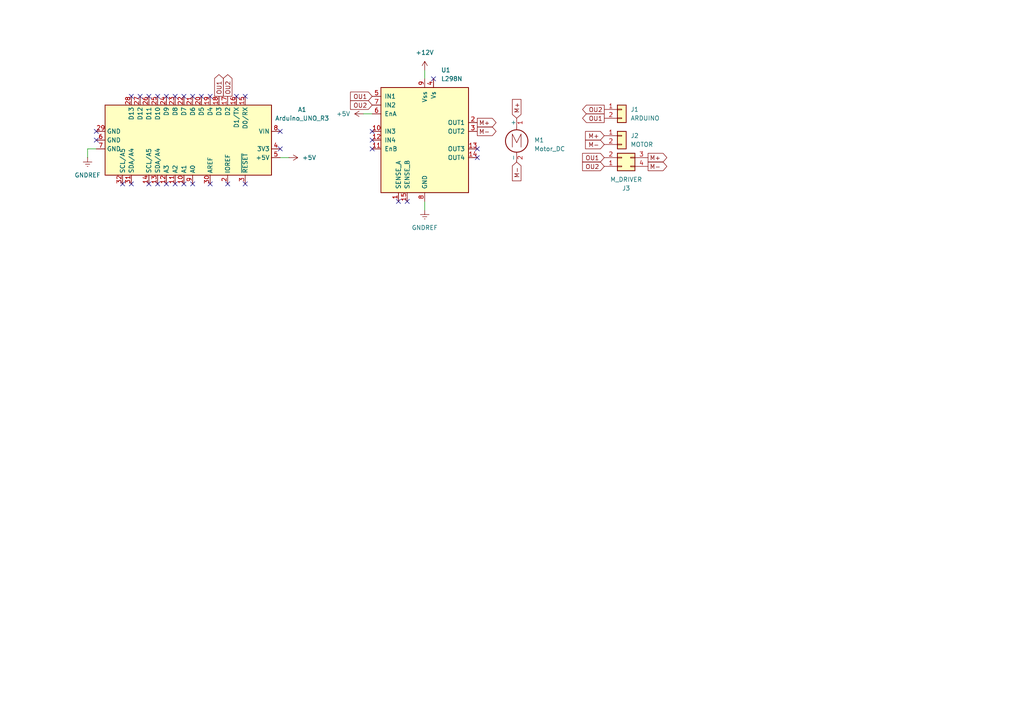
<source format=kicad_sch>
(kicad_sch (version 20231120) (generator "eeschema") (generator_version "8.0")
  (paper "A4")
  (lib_symbols
    (symbol "Connector_Generic:Conn_01x02" (pin_names (offset 1.016) hide)
      (property "Reference" "J" (at 0 2.54 0))
      (property "Value" "Conn_01x02" (at 0 -5.08 0))
      (symbol "Conn_01x02_1_1"
        (rectangle (start -1.27 -2.413) (end 0 -2.667) (stroke (width 0.1524)))
        (rectangle (start -1.27 0.127) (end 0 -0.127) (stroke (width 0.1524)))
        (rectangle (start -1.27 1.27) (end 1.27 -3.81) (stroke (width 0.254)) (fill (type background)))
        (pin passive line (at -5.08 0 0) (length 3.81) (name "Pin_1") (number "1"))
        (pin passive line (at -5.08 -2.54 0) (length 3.81) (name "Pin_2") (number "2"))
      )
    )
    (symbol "Connector_Generic:Conn_02x02_Counter_Clockwise" (pin_names (offset 1.016) hide)
      (property "Reference" "J" (at 1.27 2.54 0))
      (property "Value" "Conn_02x02_Counter_Clockwise" (at 1.27 -5.08 0))
      (symbol "Conn_02x02_Counter_Clockwise_1_1"
        (rectangle (start -1.27 -2.413) (end 0 -2.667) (stroke (width 0.1524)))
        (rectangle (start -1.27 0.127) (end 0 -0.127) (stroke (width 0.1524)))
        (rectangle (start -1.27 1.27) (end 3.81 -3.81) (stroke (width 0.254)) (fill (type background)))
        (rectangle (start 3.81 -2.413) (end 2.54 -2.667) (stroke (width 0.1524)))
        (rectangle (start 3.81 0.127) (end 2.54 -0.127) (stroke (width 0.1524)))
        (pin passive line (at -5.08 0 0) (length 3.81) (name "Pin_1") (number "1"))
        (pin passive line (at -5.08 -2.54 0) (length 3.81) (name "Pin_2") (number "2"))
        (pin passive line (at 7.62 -2.54 180) (length 3.81) (name "Pin_3") (number "3"))
        (pin passive line (at 7.62 0 180) (length 3.81) (name "Pin_4") (number "4"))
      )
    )
    (symbol "Driver_Motor:L298N" (pin_names (offset 1.016))
      (property "Reference" "U" (at -10.16 16.51 0))
      (property "Value" "L298N" (at 12.7 16.51 0))
      (symbol "L298N_0_1"
        (rectangle (start -12.7 15.24) (end 12.7 -15.24) (stroke (width 0.254)) (fill (type background)))
      )
      (symbol "L298N_1_1"
        (pin power_in line (at -7.62 -17.78 90) (length 2.54) (name "SENSE_A") (number "1"))
        (pin input line (at -15.24 2.54 0) (length 2.54) (name "IN3") (number "10"))
        (pin input line (at -15.24 -2.54 0) (length 2.54) (name "EnB") (number "11"))
        (pin input line (at -15.24 0 0) (length 2.54) (name "IN4") (number "12"))
        (pin output line (at 15.24 -2.54 180) (length 2.54) (name "OUT3") (number "13"))
        (pin output line (at 15.24 -5.08 180) (length 2.54) (name "OUT4") (number "14"))
        (pin power_in line (at -5.08 -17.78 90) (length 2.54) (name "SENSE_B") (number "15"))
        (pin output line (at 15.24 5.08 180) (length 2.54) (name "OUT1") (number "2"))
        (pin output line (at 15.24 2.54 180) (length 2.54) (name "OUT2") (number "3"))
        (pin power_in line (at 2.54 17.78 270) (length 2.54) (name "Vs") (number "4"))
        (pin input line (at -15.24 12.7 0) (length 2.54) (name "IN1") (number "5"))
        (pin input line (at -15.24 7.62 0) (length 2.54) (name "EnA") (number "6"))
        (pin input line (at -15.24 10.16 0) (length 2.54) (name "IN2") (number "7"))
        (pin power_in line (at 0 -17.78 90) (length 2.54) (name "GND") (number "8"))
        (pin power_in line (at 0 17.78 270) (length 2.54) (name "Vss") (number "9"))
      )
    )
    (symbol "MCU_Module:Arduino_UNO_R3"
      (property "Reference" "A" (at -10.16 23.495 0))
      (property "Value" "Arduino_UNO_R3" (at 5.08 -26.67 0))
      (symbol "Arduino_UNO_R3_0_1"
        (rectangle (start -10.16 22.86) (end 10.16 -25.4) (stroke (width 0.254)) (fill (type background)))
      )
      (symbol "Arduino_UNO_R3_1_1"
        (pin no_connect line (at -10.16 -20.32 0) (length 2.54) hide (name "NC") (number "1"))
        (pin bidirectional line (at 12.7 -2.54 180) (length 2.54) (name "A1") (number "10"))
        (pin bidirectional line (at 12.7 -5.08 180) (length 2.54) (name "A2") (number "11"))
        (pin bidirectional line (at 12.7 -7.62 180) (length 2.54) (name "A3") (number "12"))
        (pin bidirectional line (at 12.7 -10.16 180) (length 2.54) (name "SDA/A4") (number "13"))
        (pin bidirectional line (at 12.7 -12.7 180) (length 2.54) (name "SCL/A5") (number "14"))
        (pin bidirectional line (at -12.7 15.24 0) (length 2.54) (name "D0/RX") (number "15"))
        (pin bidirectional line (at -12.7 12.7 0) (length 2.54) (name "D1/TX") (number "16"))
        (pin bidirectional line (at -12.7 10.16 0) (length 2.54) (name "D2") (number "17"))
        (pin bidirectional line (at -12.7 7.62 0) (length 2.54) (name "D3") (number "18"))
        (pin bidirectional line (at -12.7 5.08 0) (length 2.54) (name "D4") (number "19"))
        (pin output line (at 12.7 10.16 180) (length 2.54) (name "IOREF") (number "2"))
        (pin bidirectional line (at -12.7 2.54 0) (length 2.54) (name "D5") (number "20"))
        (pin bidirectional line (at -12.7 0 0) (length 2.54) (name "D6") (number "21"))
        (pin bidirectional line (at -12.7 -2.54 0) (length 2.54) (name "D7") (number "22"))
        (pin bidirectional line (at -12.7 -5.08 0) (length 2.54) (name "D8") (number "23"))
        (pin bidirectional line (at -12.7 -7.62 0) (length 2.54) (name "D9") (number "24"))
        (pin bidirectional line (at -12.7 -10.16 0) (length 2.54) (name "D10") (number "25"))
        (pin bidirectional line (at -12.7 -12.7 0) (length 2.54) (name "D11") (number "26"))
        (pin bidirectional line (at -12.7 -15.24 0) (length 2.54) (name "D12") (number "27"))
        (pin bidirectional line (at -12.7 -17.78 0) (length 2.54) (name "D13") (number "28"))
        (pin power_in line (at -2.54 -27.94 90) (length 2.54) (name "GND") (number "29"))
        (pin input line (at 12.7 15.24 180) (length 2.54) (name "~{RESET}") (number "3"))
        (pin input line (at 12.7 5.08 180) (length 2.54) (name "AREF") (number "30"))
        (pin bidirectional line (at 12.7 -17.78 180) (length 2.54) (name "SDA/A4") (number "31"))
        (pin bidirectional line (at 12.7 -20.32 180) (length 2.54) (name "SCL/A5") (number "32"))
        (pin power_out line (at 2.54 25.4 270) (length 2.54) (name "3V3") (number "4"))
        (pin power_out line (at 5.08 25.4 270) (length 2.54) (name "+5V") (number "5"))
        (pin power_in line (at 0 -27.94 90) (length 2.54) (name "GND") (number "6"))
        (pin power_in line (at 2.54 -27.94 90) (length 2.54) (name "GND") (number "7"))
        (pin power_in line (at -2.54 25.4 270) (length 2.54) (name "VIN") (number "8"))
        (pin bidirectional line (at 12.7 0 180) (length 2.54) (name "A0") (number "9"))
      )
    )
    (symbol "Motor:Motor_DC" (pin_names (offset 0))
      (property "Reference" "M" (at 2.54 2.54 0))
      (property "Value" "Motor_DC" (at 2.54 -5.08 0))
      (symbol "Motor_DC_0_0"
        (polyline (pts (xy -1.27 -3.302) (xy -1.27 0.508) (xy 0 -2.032) (xy 1.27 0.508) (xy 1.27 -3.302)))
      )
      (symbol "Motor_DC_0_1"
        (circle (center 0 -1.524) (radius 3.2512) (stroke (width 0.254)))
        (polyline (pts (xy 0 -7.62) (xy 0 -7.112)))
        (polyline (pts (xy 0 -4.7752) (xy 0 -5.1816)))
        (polyline (pts (xy 0 1.7272) (xy 0 2.0828)))
        (polyline (pts (xy 0 2.032) (xy 0 2.54)))
      )
      (symbol "Motor_DC_1_1"
        (pin passive line (at 0 5.08 270) (length 2.54) (name "+") (number "1"))
        (pin passive line (at 0 -7.62 90) (length 2.54) (name "-") (number "2"))
      )
    )
    (symbol "power:+12V" (power) (pin_numbers hide) (pin_names (offset 0) hide)
      (property "Value" "+12V" (at 0 3.556 0))
      (symbol "+12V_0_1"
        (polyline (pts (xy -0.762 1.27) (xy 0 2.54)))
        (polyline (pts (xy 0 0) (xy 0 2.54)))
        (polyline (pts (xy 0 2.54) (xy 0.762 1.27)))
      )
      (symbol "+12V_1_1"
        (pin power_in line (at 0 0 90) (length 0) (name "~") (number "1"))
      )
    )
    (symbol "power:+5V" (power) (pin_numbers hide) (pin_names (offset 0) hide)
      (property "Value" "+5V" (at 0 3.556 0))
      (symbol "+5V_0_1"
        (polyline (pts (xy -0.762 1.27) (xy 0 2.54)))
        (polyline (pts (xy 0 0) (xy 0 2.54)))
        (polyline (pts (xy 0 2.54) (xy 0.762 1.27)))
      )
      (symbol "+5V_1_1"
        (pin power_in line (at 0 0 90) (length 0) (name "~") (number "1"))
      )
    )
    (symbol "power:GNDREF" (power) (pin_numbers hide) (pin_names (offset 0) hide)
      (property "Value" "GNDREF" (at 0 -3.81 0))
      (symbol "GNDREF_0_1"
        (polyline (pts (xy -0.635 -1.905) (xy 0.635 -1.905)))
        (polyline (pts (xy -0.127 -2.54) (xy 0.127 -2.54)))
        (polyline (pts (xy 0 -1.27) (xy 0 0)))
        (polyline (pts (xy 1.27 -1.27) (xy -1.27 -1.27)))
      )
      (symbol "GNDREF_1_1"
        (pin power_in line (at 0 0 270) (length 0) (name "~") (number "1"))
      )
    )
  )
  (no_connect (at 55.88 53.34))
  (no_connect (at 71.12 53.34))
  (no_connect (at 50.8 27.94))
  (no_connect (at 68.58 27.94))
  (no_connect (at 48.26 27.94))
  (no_connect (at 115.57 58.42))
  (no_connect (at 71.12 27.94))
  (no_connect (at 40.64 27.94))
  (no_connect (at 107.95 43.18))
  (no_connect (at 38.1 53.34))
  (no_connect (at 118.11 58.42))
  (no_connect (at 45.72 53.34))
  (no_connect (at 138.43 45.72))
  (no_connect (at 53.34 27.94))
  (no_connect (at 27.94 38.1))
  (no_connect (at 27.94 40.64))
  (no_connect (at 81.28 38.1))
  (no_connect (at 66.04 53.34))
  (no_connect (at 60.96 53.34))
  (no_connect (at 60.96 27.94))
  (no_connect (at 48.26 53.34))
  (no_connect (at 107.95 40.64))
  (no_connect (at 45.72 27.94))
  (no_connect (at 58.42 27.94))
  (no_connect (at 43.18 27.94))
  (no_connect (at 125.73 22.86))
  (no_connect (at 81.28 43.18))
  (no_connect (at 138.43 43.18))
  (no_connect (at 50.8 53.34))
  (no_connect (at 43.18 53.34))
  (no_connect (at 38.1 27.94))
  (no_connect (at 35.56 53.34))
  (no_connect (at 53.34 53.34))
  (no_connect (at 107.95 38.1))
  (no_connect (at 55.88 27.94))
  (wire (pts (xy 83.82 45.72) (xy 81.28 45.72)))
  (wire (pts (xy 25.4 45.72) (xy 25.4 43.18)))
  (wire (pts (xy 123.19 60.96) (xy 123.19 58.42)))
  (wire (pts (xy 105.41 33.02) (xy 107.95 33.02)))
  (wire (pts (xy 123.19 20.32) (xy 123.19 22.86)))
  (wire (pts (xy 25.4 43.18) (xy 27.94 43.18)))
  (global_label "M-" (shape output) (at 187.96 48.26 0) (property "Intersheetrefs" "${INTERSHEET_REFS}" (effects (hide yes))))
  (global_label "OU1" (shape output) (at 63.5 27.94 90) (property "Intersheetrefs" "${INTERSHEET_REFS}" (effects (hide yes))))
  (global_label "M-" (shape input) (at 149.86 46.99 270) (property "Intersheetrefs" "${INTERSHEET_REFS}" (effects (hide yes))))
  (global_label "OU1" (shape input) (at 175.26 45.72 180) (property "Intersheetrefs" "${INTERSHEET_REFS}" (effects (hide yes))))
  (global_label "OU1" (shape output) (at 175.26 34.29 180) (property "Intersheetrefs" "${INTERSHEET_REFS}" (effects (hide yes))))
  (global_label "M+" (shape output) (at 138.43 35.56 0) (property "Intersheetrefs" "${INTERSHEET_REFS}" (effects (hide yes))))
  (global_label "M+" (shape input) (at 175.26 39.37 180) (property "Intersheetrefs" "${INTERSHEET_REFS}" (effects (hide yes))))
  (global_label "OU2" (shape output) (at 175.26 31.75 180) (property "Intersheetrefs" "${INTERSHEET_REFS}" (effects (hide yes))))
  (global_label "M-" (shape input) (at 175.26 41.91 180) (property "Intersheetrefs" "${INTERSHEET_REFS}" (effects (hide yes))))
  (global_label "OU2" (shape input) (at 175.26 48.26 180) (property "Intersheetrefs" "${INTERSHEET_REFS}" (effects (hide yes))))
  (global_label "M+" (shape input) (at 149.86 34.29 90) (property "Intersheetrefs" "${INTERSHEET_REFS}" (effects (hide yes))))
  (global_label "OU1" (shape input) (at 107.95 27.94 180) (property "Intersheetrefs" "${INTERSHEET_REFS}" (effects (hide yes))))
  (global_label "M+" (shape output) (at 187.96 45.72 0) (property "Intersheetrefs" "${INTERSHEET_REFS}" (effects (hide yes))))
  (global_label "M-" (shape output) (at 138.43 38.1 0) (property "Intersheetrefs" "${INTERSHEET_REFS}" (effects (hide yes))))
  (global_label "OU2" (shape input) (at 107.95 30.48 180) (property "Intersheetrefs" "${INTERSHEET_REFS}" (effects (hide yes))))
  (global_label "OU2" (shape output) (at 66.04 27.94 90) (property "Intersheetrefs" "${INTERSHEET_REFS}" (effects (hide yes))))
  (symbol (lib_id "power:GNDREF") (at 123.19 60.96 0) (unit 1)
    (property "Reference" "#PWR03" (effects (hide yes)))
    (property "Value" "GNDREF" (at 123.19 66.04 0))
    (property "Description" "Power symbol creates a global label with name \"GNDREF\" , reference supply ground" (effects (hide yes)))
  )
  (symbol (lib_id "Connector_Generic:Conn_02x02_Counter_Clockwise") (at 180.34 48.26 0) (mirror x) (unit 1)
    (property "Reference" "J3" (at 181.61 54.61 0))
    (property "Value" "M_DRIVER" (at 181.61 52.07 0))
    (property "Footprint" "Connector_PinHeader_2.54mm:PinHeader_2x02_P2.54mm_Vertical" (effects (hide yes)))
    (property "Description" "Generic connector, double row, 02x02, counter clockwise pin numbering scheme (similar to DIP package numbering), script generated (kicad-library-utils/schlib/autogen/connector/)" (effects (hide yes)))
  )
  (symbol (lib_id "Motor:Motor_DC") (at 149.86 39.37 0) (unit 1) (on_board no)
    (property "Reference" "M1" (at 154.94 40.6399 0) (effects (justify left)))
    (property "Value" "Motor_DC" (at 154.94 43.1799 0) (effects (justify left)))
    (property "Description" "DC Motor" (effects (hide yes)))
  )
  (symbol (lib_id "Connector_Generic:Conn_01x02") (at 180.34 31.75 0) (unit 1)
    (property "Reference" "J1" (at 182.88 31.7499 0) (effects (justify left)))
    (property "Value" "ARDUINO" (at 182.88 34.2899 0) (effects (justify left)))
    (property "Footprint" "Connector_PinSocket_2.54mm:PinSocket_1x02_P2.54mm_Vertical" (effects (hide yes)))
    (property "Description" "Generic connector, single row, 01x02, script generated (kicad-library-utils/schlib/autogen/connector/)" (effects (hide yes)))
  )
  (symbol (lib_id "power:+12V") (at 123.19 20.32 0) (unit 1)
    (property "Reference" "#PWR01" (effects (hide yes)))
    (property "Value" "+12V" (at 123.19 15.24 0))
    (property "Description" "Power symbol creates a global label with name \"+12V\"" (effects (hide yes)))
  )
  (symbol (lib_id "Connector_Generic:Conn_01x02") (at 180.34 39.37 0) (unit 1)
    (property "Reference" "J2" (at 182.88 39.3699 0) (effects (justify left)))
    (property "Value" "MOTOR" (at 182.88 41.9099 0) (effects (justify left)))
    (property "Footprint" "Connector_JST:JST_EH_B2B-EH-A_1x02_P2.50mm_Vertical" (effects (hide yes)))
    (property "Description" "Generic connector, single row, 01x02, script generated (kicad-library-utils/schlib/autogen/connector/)" (effects (hide yes)))
  )
  (symbol (lib_id "power:+5V") (at 105.41 33.02 90) (unit 1)
    (property "Reference" "#PWR02" (effects (hide yes)))
    (property "Value" "+5V" (at 101.6 33.0199 90) (effects (justify left)))
    (property "Description" "Power symbol creates a global label with name \"+5V\"" (effects (hide yes)))
  )
  (symbol (lib_id "power:GNDREF") (at 25.4 45.72 0) (unit 1)
    (property "Reference" "#PWR04" (effects (hide yes)))
    (property "Value" "GNDREF" (at 25.4 50.8 0))
    (property "Description" "Power symbol creates a global label with name \"GNDREF\" , reference supply ground" (effects (hide yes)))
  )
  (symbol (lib_id "power:+5V") (at 83.82 45.72 270) (unit 1)
    (property "Reference" "#PWR05" (effects (hide yes)))
    (property "Value" "+5V" (at 87.63 45.7199 90) (effects (justify left)))
    (property "Description" "Power symbol creates a global label with name \"+5V\"" (effects (hide yes)))
  )
  (symbol (lib_id "Driver_Motor:L298N") (at 123.19 40.64 0) (unit 1) (on_board no)
    (property "Reference" "U1" (at 127.9241 20.32 0) (effects (justify left)))
    (property "Value" "L298N" (at 127.9241 22.86 0) (effects (justify left)))
    (property "Footprint" "Package_TO_SOT_THT:TO-220-15_P2.54x2.54mm_StaggerOdd_Lead4.58mm_Vertical" (effects (hide yes)))
    (property "Datasheet" "http://www.st.com/st-web-ui/static/active/en/resource/technical/document/datasheet/CD00000240.pdf" (effects (hide yes)))
    (property "Description" "Dual full bridge motor driver, up to 46V, 4A, Multiwatt15-V" (effects (hide yes)))
  )
  (symbol (lib_id "MCU_Module:Arduino_UNO_R3") (at 55.88 40.64 270) (unit 1) (on_board no)
    (property "Reference" "A1" (at 87.63 31.7814 90))
    (property "Value" "Arduino_UNO_R3" (at 87.63 34.3214 90))
    (property "Footprint" "Module:Arduino_UNO_R3" (effects (hide yes)))
    (property "Datasheet" "https://www.arduino.cc/en/Main/arduinoBoardUno" (effects (hide yes)))
    (property "Description" "Arduino UNO Microcontroller Module, release 3" (effects (hide yes)))
  )
)
</source>
